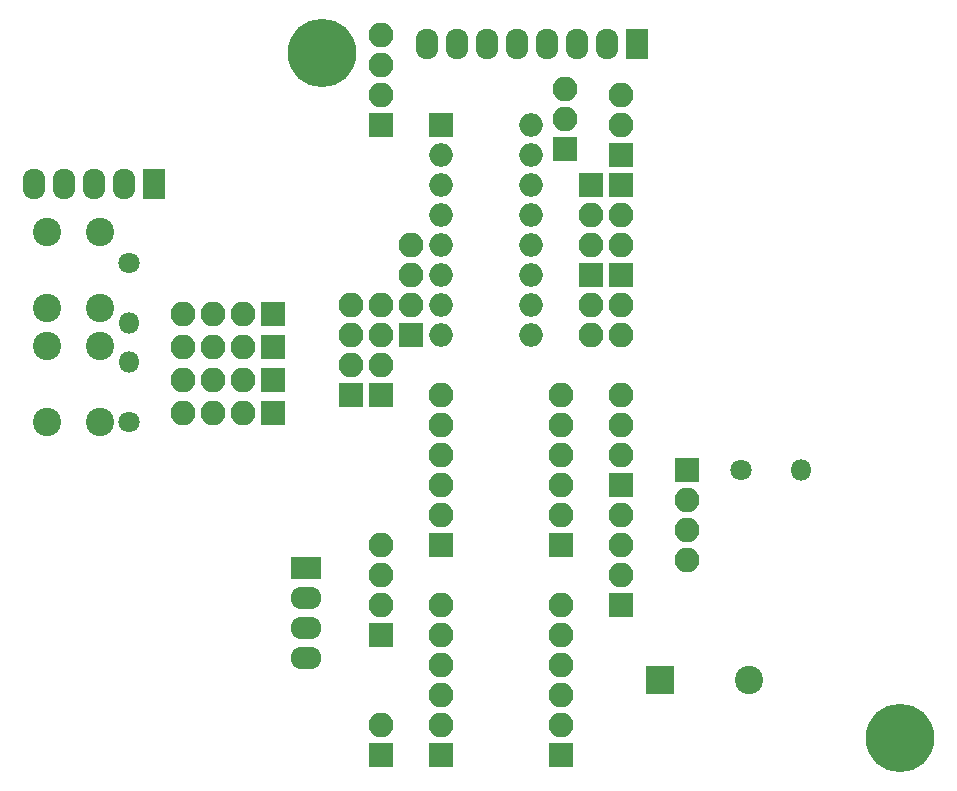
<source format=gts>
G04 #@! TF.FileFunction,Soldermask,Top*
%FSLAX46Y46*%
G04 Gerber Fmt 4.6, Leading zero omitted, Abs format (unit mm)*
G04 Created by KiCad (PCBNEW 4.0.5) date 11/17/17 15:23:21*
%MOMM*%
%LPD*%
G01*
G04 APERTURE LIST*
%ADD10C,0.100000*%
%ADD11C,5.800000*%
%ADD12C,3.100000*%
%ADD13R,2.100000X2.100000*%
%ADD14O,2.100000X2.100000*%
%ADD15R,2.000000X2.000000*%
%ADD16O,2.000000X2.000000*%
%ADD17R,2.599640X1.924000*%
%ADD18O,2.599640X1.924000*%
%ADD19R,1.924000X2.599640*%
%ADD20O,1.924000X2.599640*%
%ADD21C,2.400000*%
%ADD22R,2.400000X2.400000*%
%ADD23C,1.800000*%
%ADD24O,1.800000X1.800000*%
G04 APERTURE END LIST*
D10*
D11*
X173540000Y-123000000D03*
D12*
X173540000Y-123000000D03*
X124540000Y-65000000D03*
D13*
X145135600Y-73152000D03*
D14*
X145135600Y-70612000D03*
X145135600Y-68072000D03*
D15*
X134620000Y-71120000D03*
D16*
X142240000Y-88900000D03*
X134620000Y-73660000D03*
X142240000Y-86360000D03*
X134620000Y-76200000D03*
X142240000Y-83820000D03*
X134620000Y-78740000D03*
X142240000Y-81280000D03*
X134620000Y-81280000D03*
X142240000Y-78740000D03*
X134620000Y-83820000D03*
X142240000Y-76200000D03*
X134620000Y-86360000D03*
X142240000Y-73660000D03*
X134620000Y-88900000D03*
X142240000Y-71120000D03*
D14*
X134620000Y-93980000D03*
X134620000Y-96520000D03*
X134620000Y-99060000D03*
X134620000Y-101600000D03*
X134620000Y-104140000D03*
D13*
X134620000Y-106680000D03*
X144780000Y-106680000D03*
D14*
X144780000Y-104140000D03*
X144780000Y-101600000D03*
X144780000Y-99060000D03*
X144780000Y-96520000D03*
X144780000Y-93980000D03*
X134620000Y-111760000D03*
X134620000Y-114300000D03*
X134620000Y-116840000D03*
X134620000Y-119380000D03*
X134620000Y-121920000D03*
D13*
X134620000Y-124460000D03*
X144780000Y-124460000D03*
D14*
X144780000Y-121920000D03*
X144780000Y-119380000D03*
X144780000Y-116840000D03*
X144780000Y-114300000D03*
X144780000Y-111760000D03*
D13*
X149860000Y-101600000D03*
D14*
X149860000Y-99060000D03*
X149860000Y-96520000D03*
X149860000Y-93980000D03*
D13*
X149860000Y-76200000D03*
D14*
X149860000Y-78740000D03*
X149860000Y-81280000D03*
D13*
X147320000Y-76200000D03*
D14*
X147320000Y-78740000D03*
X147320000Y-81280000D03*
D13*
X149860000Y-83820000D03*
D14*
X149860000Y-86360000D03*
X149860000Y-88900000D03*
D13*
X147320000Y-83820000D03*
D14*
X147320000Y-86360000D03*
X147320000Y-88900000D03*
D13*
X129540000Y-93980000D03*
D14*
X129540000Y-91440000D03*
X129540000Y-88900000D03*
X129540000Y-86360000D03*
D13*
X129540000Y-114300000D03*
D14*
X129540000Y-111760000D03*
X129540000Y-109220000D03*
X129540000Y-106680000D03*
D13*
X127000000Y-93980000D03*
D14*
X127000000Y-91440000D03*
X127000000Y-88900000D03*
X127000000Y-86360000D03*
D13*
X149860000Y-111760000D03*
D14*
X149860000Y-109220000D03*
X149860000Y-106680000D03*
X149860000Y-104140000D03*
D13*
X149860000Y-73660000D03*
D14*
X149860000Y-71120000D03*
X149860000Y-68580000D03*
D13*
X132080000Y-88900000D03*
D14*
X132080000Y-86360000D03*
X132080000Y-83820000D03*
X132080000Y-81280000D03*
D17*
X123190000Y-108585000D03*
D18*
X123190000Y-111125000D03*
X123190000Y-113665000D03*
X123190000Y-116205000D03*
D13*
X129540000Y-124460000D03*
D14*
X129540000Y-121920000D03*
D19*
X110363000Y-76073000D03*
D20*
X107823000Y-76073000D03*
X105283000Y-76073000D03*
X102743000Y-76073000D03*
X100203000Y-76073000D03*
D19*
X151257000Y-64262000D03*
D20*
X148717000Y-64262000D03*
X146177000Y-64262000D03*
X143637000Y-64262000D03*
X141097000Y-64262000D03*
X138557000Y-64262000D03*
X136017000Y-64262000D03*
X133477000Y-64262000D03*
D21*
X101291000Y-89789000D03*
X105791000Y-89789000D03*
X101291000Y-96289000D03*
X105791000Y-96289000D03*
X101291000Y-80137000D03*
X105791000Y-80137000D03*
X101291000Y-86637000D03*
X105791000Y-86637000D03*
D13*
X155448000Y-100330000D03*
D14*
X155448000Y-102870000D03*
X155448000Y-105410000D03*
X155448000Y-107950000D03*
D13*
X120396000Y-87122000D03*
D14*
X117856000Y-87122000D03*
X115316000Y-87122000D03*
X112776000Y-87122000D03*
D13*
X120396000Y-89916000D03*
D14*
X117856000Y-89916000D03*
X115316000Y-89916000D03*
X112776000Y-89916000D03*
D13*
X120396000Y-92710000D03*
D14*
X117856000Y-92710000D03*
X115316000Y-92710000D03*
X112776000Y-92710000D03*
D13*
X120396000Y-95504000D03*
D14*
X117856000Y-95504000D03*
X115316000Y-95504000D03*
X112776000Y-95504000D03*
D13*
X129540000Y-71125080D03*
D14*
X129540000Y-68585080D03*
X129540000Y-66045080D03*
X129540000Y-63505080D03*
D11*
X124540000Y-65000000D03*
D22*
X153162000Y-118110000D03*
D21*
X160762000Y-118110000D03*
D23*
X160020000Y-100330000D03*
D24*
X165100000Y-100330000D03*
D23*
X108204000Y-82804000D03*
D24*
X108204000Y-87884000D03*
D23*
X108204000Y-96266000D03*
D24*
X108204000Y-91186000D03*
M02*

</source>
